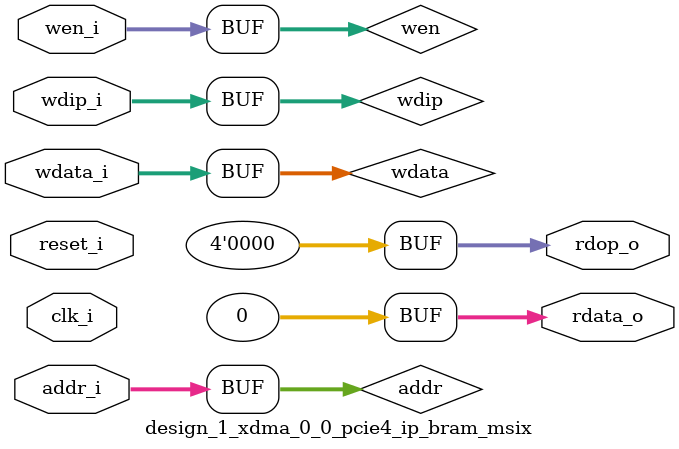
<source format=v>
`timescale 1ps/1ps

(* DowngradeIPIdentifiedWarnings = "yes" *)
module design_1_xdma_0_0_pcie4_ip_bram_msix #(

  parameter           TCQ = 100
, parameter           TO_RAM_PIPELINE="FALSE"
, parameter           FROM_RAM_PIPELINE="FALSE"
, parameter           MSIX_CAP_TABLE_SIZE=11'h0
, parameter           MSIX_TABLE_RAM_ENABLE="FALSE"

  ) (

  input  wire         clk_i,
  input  wire         reset_i,

  input  wire  [12:0] addr_i,
  input  wire  [31:0] wdata_i,
  input  wire   [3:0] wdip_i,
  input  wire   [3:0] wen_i,
  output wire  [31:0] rdata_o,
  output wire   [3:0] rdop_o

  );

  // WIP : Use Total number of functions (PFs + VFs) to calculate the NUM_BRAM_4K
  localparam integer NUM_BRAM_4K = (MSIX_TABLE_RAM_ENABLE == "TRUE") ? 8 : 0 ;
 

  reg          [12:0] addr;
  reg          [12:0] addr_p0;
  reg          [12:0] addr_p1;
  reg          [31:0] wdata;
  reg           [3:0] wdip;
  reg           [3:0] wen;
  reg          [31:0] reg_rdata;
  reg           [3:0] reg_rdop;
  wire         [31:0] rdata;
  wire          [3:0] rdop;
  genvar              i;
  wire    [(8*4)-1:0] bram_4k_wen;
  wire   [(8*32)-1:0] rdata_t;
  wire    [(8*4)-1:0] rdop_t;

  //
  // Optional input pipe stages
  //
  generate

    if (TO_RAM_PIPELINE == "TRUE") begin : TORAMPIPELINE

      always @(posedge clk_i) begin
     
        if (reset_i) begin

          addr <= #(TCQ) 13'b0;
          wdata <= #(TCQ) 32'b0;
          wdip <= #(TCQ) 4'b0;
          wen <= #(TCQ) 4'b0;

        end else begin

          addr <= #(TCQ) addr_i;
          wdata <= #(TCQ) wdata_i;
          wdip <= #(TCQ) wdip_i;
          wen <= #(TCQ) wen_i;

        end

      end

    end else begin : NOTORAMPIPELINE

      always @(*) begin

          addr = addr_i;
          wdata = wdata_i;
          wdip = wdip_i;
          wen = wen_i;

      end


    end

  endgenerate

  // 
  // Address pipeline
  //
  always @(posedge clk_i) begin
     
    if (reset_i) begin

      addr_p0 <= #(TCQ) 13'b0;
      addr_p1 <= #(TCQ) 13'b0;

    end else begin

      addr_p0 <= #(TCQ) addr;
      addr_p1 <= #(TCQ) addr_p0;

    end

  end

  //
  // Optional output pipe stages
  //
  generate

    if (FROM_RAM_PIPELINE == "TRUE") begin : FRMRAMPIPELINE


      always @(posedge clk_i) begin
     
        if (reset_i) begin

          reg_rdata <= #(TCQ) 32'b0;
          reg_rdop <= #(TCQ) 4'b0;

        end else begin

          case (addr_p1[12:10]) 
            3'b000 : begin
              reg_rdata <= #(TCQ) rdata_t[(32*(0))+31:(32*(0))+0];
              reg_rdop <= #(TCQ) rdop_t[(4*(0))+3:(4*(0))+0];
            end
            3'b001 : begin
              reg_rdata <= #(TCQ) rdata_t[(32*(1))+31:(32*(1))+0];
              reg_rdop <= #(TCQ) rdop_t[(4*(1))+3:(4*(1))+0];
            end
            3'b010 : begin
              reg_rdata <= #(TCQ) rdata_t[(32*(2))+31:(32*(2))+0];
              reg_rdop <= #(TCQ) rdop_t[(4*(2))+3:(4*(2))+0];
            end
            3'b011 : begin
              reg_rdata <= #(TCQ) rdata_t[(32*(3))+31:(32*(3))+0];
              reg_rdop <= #(TCQ) rdop_t[(4*(3))+3:(4*(3))+0];
            end
            3'b100 : begin
              reg_rdata <= #(TCQ) rdata_t[(32*(4))+31:(32*(4))+0];
              reg_rdop <= #(TCQ) rdop_t[(4*(4))+3:(4*(4))+0];
            end
            3'b101 : begin
              reg_rdata <= #(TCQ) rdata_t[(32*(5))+31:(32*(5))+0];
              reg_rdop <= #(TCQ) rdop_t[(4*(5))+3:(4*(5))+0];
            end
            3'b110 : begin
              reg_rdata <= #(TCQ) rdata_t[(32*(6))+31:(32*(6))+0];
              reg_rdop <= #(TCQ) rdop_t[(4*(6))+3:(4*(6))+0];
            end
            3'b111 : begin
              reg_rdata <= #(TCQ) rdata_t[(32*(7))+31:(32*(7))+0];
              reg_rdop <= #(TCQ) rdop_t[(4*(7))+3:(4*(7))+0];
            end
          endcase

        end

      end

    end else begin : NOFRMRAMPIPELINE

      always @(*) begin

          case (addr_p1[12:10]) 
            3'b000 : begin
              reg_rdata <= #(TCQ) rdata_t[(32*(0))+31:(32*(0))+0];
              reg_rdop <= #(TCQ) rdop_t[(4*(0))+3:(4*(0))+0];
            end
            3'b001 : begin
              reg_rdata <= #(TCQ) rdata_t[(32*(1))+31:(32*(1))+0];
              reg_rdop <= #(TCQ) rdop_t[(4*(1))+3:(4*(1))+0];
            end
            3'b010 : begin
              reg_rdata <= #(TCQ) rdata_t[(32*(2))+31:(32*(2))+0];
              reg_rdop <= #(TCQ) rdop_t[(4*(2))+3:(4*(2))+0];
            end
            3'b011 : begin
              reg_rdata <= #(TCQ) rdata_t[(32*(3))+31:(32*(3))+0];
              reg_rdop <= #(TCQ) rdop_t[(4*(3))+3:(4*(3))+0];
            end
            3'b100 : begin
              reg_rdata <= #(TCQ) rdata_t[(32*(4))+31:(32*(4))+0];
              reg_rdop <= #(TCQ) rdop_t[(4*(4))+3:(4*(4))+0];
            end
            3'b101 : begin
              reg_rdata <= #(TCQ) rdata_t[(32*(5))+31:(32*(5))+0];
              reg_rdop <= #(TCQ) rdop_t[(4*(5))+3:(4*(5))+0];
            end
            3'b110 : begin
              reg_rdata <= #(TCQ) rdata_t[(32*(6))+31:(32*(6))+0];
              reg_rdop <= #(TCQ) rdop_t[(4*(6))+3:(4*(6))+0];
            end
            3'b111 : begin
              reg_rdata <= #(TCQ) rdata_t[(32*(7))+31:(32*(7))+0];
              reg_rdop <= #(TCQ) rdop_t[(4*(7))+3:(4*(7))+0];
            end
          endcase

      end

    end
  
  endgenerate

  assign rdata_o = (MSIX_TABLE_RAM_ENABLE == "TRUE") ?  reg_rdata : 32'h0;
  assign rdop_o = (MSIX_TABLE_RAM_ENABLE == "TRUE") ? reg_rdop : 4'h0;

  generate 
  
    for (i=0; i<NUM_BRAM_4K; i=i+1) begin : BRAM4K

      design_1_xdma_0_0_pcie4_ip_bram_4k_int #(
          .TCQ(TCQ)
        )
        bram_4k_int (
    
          .clk_i (clk_i),
          .reset_i (reset_i),
    
          .addr_i(addr[9:0]),
          .wdata_i(wdata),
          .wdip_i(wdip),
          .wen_i(bram_4k_wen[(4*(i))+3:(4*(i))+0]),
          .rdata_o(rdata_t[(32*i)+31:(32*i)+0]),
          .rdop_o(rdop_t[(4*i)+3:(4*i)+0]),
          .baddr_i(10'b0),
          .brdata_o()

      );
      assign bram_4k_wen[(4*(i))+3:(4*(i))+0] = wen & {4{(i == addr[12:10])}};  
      
    end

  endgenerate

endmodule

</source>
